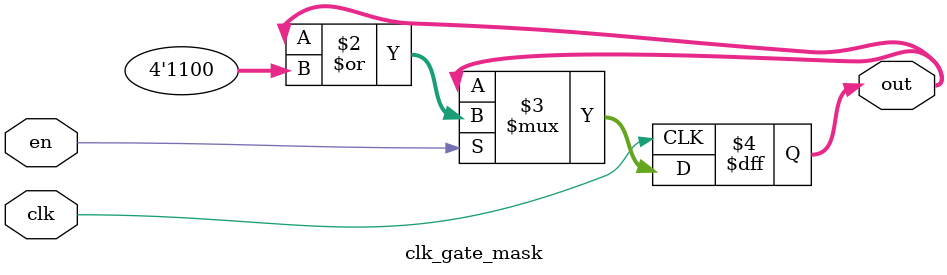
<source format=sv>
module clk_gate_mask #(parameter MASK=4'b1100) (
    input clk, en,
    output reg [3:0] out
);
always @(posedge clk) begin
    out <= en ? (out | MASK) : out;
end
endmodule
</source>
